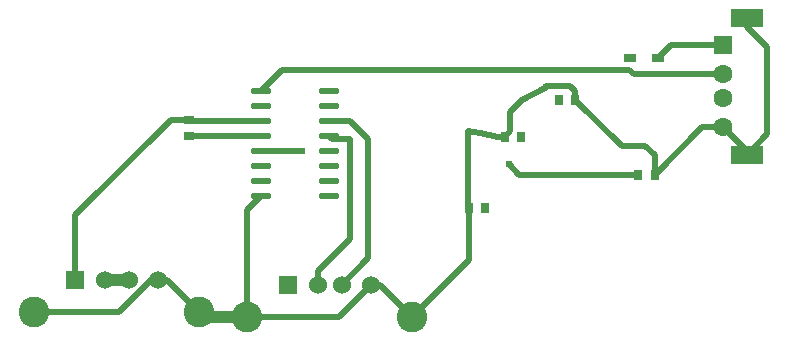
<source format=gtl>
G04 Layer: TopLayer*
G04 EasyEDA v6.5.44, 2024-07-15 21:32:29*
G04 Gerber Generator version 0.2*
G04 Scale: 100 percent, Rotated: No, Reflected: No *
G04 Dimensions in millimeters *
G04 leading zeros omitted , absolute positions ,4 integer and 5 decimal *
%FSLAX45Y45*%
%MOMM*%

%ADD10C,0.5000*%
%ADD11C,1.0000*%
%ADD12R,0.9000X0.8000*%
%ADD13R,0.8000X0.9000*%
%ADD14O,1.7450054X0.5599938*%
%ADD15R,1.0000X0.7500*%
%ADD16R,2.8000X1.6000*%
%ADD17R,1.6000X1.6000*%
%ADD18C,1.6000*%
%ADD19C,2.6000*%
%ADD20C,1.5240*%
%ADD21R,1.5240X1.5240*%
%ADD22C,0.6200*%

%LPD*%
D10*
X641350Y4716018D02*
G01*
X1363218Y4716018D01*
X1633981Y4986781D01*
X1691386Y4986781D01*
X5676900Y6769100D02*
G01*
X5716587Y6729412D01*
X6473748Y6729412D01*
X4965700Y6616700D02*
G01*
X4978400Y6629400D01*
X5181600Y6629400D01*
X5221350Y6589648D01*
X5221350Y6515100D01*
X4624146Y6197600D02*
G01*
X4673600Y6247053D01*
X4673600Y6413500D01*
X4775200Y6515100D01*
X4965700Y6616700D01*
X4660900Y5969000D02*
G01*
X4749800Y5880100D01*
X5755957Y5880100D01*
X2565400Y6083300D02*
G01*
X2908300Y6083300D01*
X5895962Y5880100D02*
G01*
X6295263Y6279400D01*
X6473748Y6279400D01*
X5221350Y6515100D02*
G01*
X5615050Y6121400D01*
X5816600Y6121400D01*
X5895962Y6042037D01*
X5895962Y5880100D01*
X5921171Y6870700D02*
G01*
X6029871Y6979399D01*
X6473751Y6979399D01*
X2565400Y6591300D02*
G01*
X2743200Y6769100D01*
X5676900Y6769100D01*
X3844747Y4677803D02*
G01*
X3573754Y4948796D01*
X3494735Y4948796D01*
X2565400Y5702300D02*
G01*
X2444750Y5581650D01*
X2444750Y4677803D01*
X2041347Y4715903D02*
G01*
X1770354Y4986896D01*
X1691335Y4986896D01*
X1950948Y6343802D02*
G01*
X1797202Y6343802D01*
X991336Y5537936D01*
X991336Y4986896D01*
X3844747Y4677803D02*
G01*
X4319346Y5152402D01*
X4319346Y5600700D01*
X4318000Y5600700D02*
G01*
X4318000Y6249746D01*
X4418253Y6235700D01*
X4570653Y6197600D01*
X4622800Y6197600D01*
X1950948Y6203797D02*
G01*
X1957450Y6210300D01*
X2565400Y6210300D01*
X1950948Y6343802D02*
G01*
X1957450Y6337300D01*
X2565400Y6337300D01*
X6673850Y6049518D02*
G01*
X6845300Y6220968D01*
X6845300Y6959600D01*
X6673850Y7131050D01*
X6673850Y7209281D01*
X6473748Y6279400D02*
G01*
X6673748Y6079401D01*
X6673748Y6049403D01*
X3139897Y6210300D02*
G01*
X3165297Y6184900D01*
X3314700Y6184900D01*
X3314700Y5334000D01*
X3044748Y5064048D01*
X3044748Y4948796D01*
X3139897Y6337300D02*
G01*
X3314700Y6337300D01*
X3467100Y6184900D01*
X3467100Y5171147D01*
X3244748Y4948796D01*
D11*
X1241348Y4986896D02*
G01*
X1441348Y4986896D01*
D10*
X3494735Y4948796D02*
G01*
X3223742Y4677803D01*
X2444750Y4677803D01*
D11*
X2041347Y4715903D02*
G01*
X2079447Y4677803D01*
X2444750Y4677803D01*
D12*
G01*
X1950948Y6203797D03*
G01*
X1950948Y6343802D03*
D13*
G01*
X4459350Y5600700D03*
G01*
X4319346Y5600700D03*
G01*
X4764150Y6197600D03*
G01*
X4624146Y6197600D03*
G01*
X5221350Y6515100D03*
G01*
X5081346Y6515100D03*
G01*
X5895949Y5880100D03*
G01*
X5755970Y5880100D03*
D14*
G01*
X3139897Y5702300D03*
G01*
X3139897Y5829300D03*
G01*
X3139897Y5956300D03*
G01*
X3139897Y6083300D03*
G01*
X3139897Y6210300D03*
G01*
X3139897Y6337300D03*
G01*
X3139897Y6464300D03*
G01*
X3139897Y6591300D03*
G01*
X2565400Y5702300D03*
G01*
X2565400Y5829300D03*
G01*
X2565400Y5956300D03*
G01*
X2565400Y6083300D03*
G01*
X2565400Y6210300D03*
G01*
X2565400Y6337300D03*
G01*
X2565400Y6464300D03*
G01*
X2565400Y6591300D03*
D15*
G01*
X5921146Y6870700D03*
G01*
X5686653Y6870700D03*
D16*
G01*
X6673748Y6049390D03*
G01*
X6673748Y7209409D03*
D17*
G01*
X6473748Y6979386D03*
D18*
G01*
X6473748Y6729399D03*
G01*
X6473748Y6529400D03*
G01*
X6473748Y6279387D03*
D19*
G01*
X2444750Y4677790D03*
G01*
X3844747Y4677790D03*
D20*
G01*
X3494735Y4948783D03*
G01*
X3244748Y4948783D03*
G01*
X3044748Y4948783D03*
D21*
G01*
X2794736Y4948783D03*
D19*
G01*
X641350Y4715890D03*
G01*
X2041347Y4715890D03*
D20*
G01*
X1691335Y4986883D03*
G01*
X1441348Y4986883D03*
G01*
X1241348Y4986883D03*
D21*
G01*
X991336Y4986883D03*
D22*
G01*
X2794736Y4948783D03*
G01*
X2565400Y6337300D03*
G01*
X2565400Y6210300D03*
G01*
X2565400Y5702300D03*
G01*
X4764150Y6197600D03*
G01*
X5755970Y5880100D03*
G01*
X3139897Y6464300D03*
G01*
X3139897Y6591300D03*
G01*
X4459350Y5600700D03*
G01*
X2565400Y6591300D03*
G01*
X6473748Y6729399D03*
G01*
X6473748Y6529400D03*
G01*
X2565400Y6083300D03*
G01*
X2908300Y6083300D03*
G01*
X4660900Y5969000D03*
G01*
X5081346Y6515100D03*
G01*
X2565400Y5956300D03*
G01*
X5921171Y6870700D03*
G01*
X5686653Y6870700D03*
G01*
X2565400Y6464300D03*
M02*

</source>
